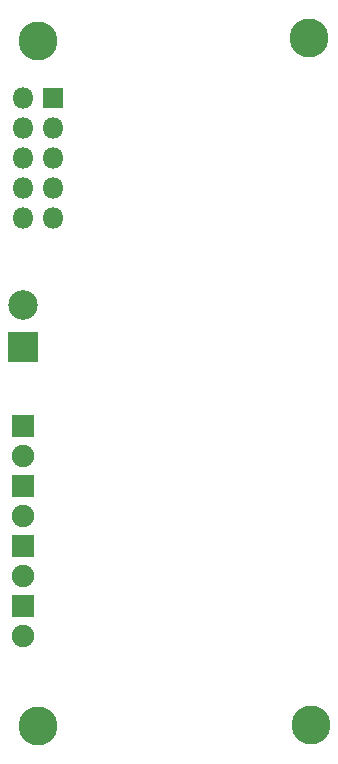
<source format=gbr>
%TF.GenerationSoftware,KiCad,Pcbnew,(5.1.6)-1*%
%TF.CreationDate,2021-02-04T13:19:07+01:00*%
%TF.ProjectId,ebus,65627573-2e6b-4696-9361-645f70636258,rev?*%
%TF.SameCoordinates,Original*%
%TF.FileFunction,Soldermask,Bot*%
%TF.FilePolarity,Negative*%
%FSLAX46Y46*%
G04 Gerber Fmt 4.6, Leading zero omitted, Abs format (unit mm)*
G04 Created by KiCad (PCBNEW (5.1.6)-1) date 2021-02-04 13:19:07*
%MOMM*%
%LPD*%
G01*
G04 APERTURE LIST*
%ADD10O,1.800000X1.800000*%
%ADD11R,1.800000X1.800000*%
%ADD12C,3.300000*%
%ADD13C,2.500000*%
%ADD14R,2.500000X2.500000*%
%ADD15C,1.900000*%
%ADD16R,1.900000X1.900000*%
G04 APERTURE END LIST*
D10*
%TO.C,J3*%
X65532000Y-101727000D03*
X68072000Y-101727000D03*
X65532000Y-99187000D03*
X68072000Y-99187000D03*
X65532000Y-96647000D03*
X68072000Y-96647000D03*
X65532000Y-94107000D03*
X68072000Y-94107000D03*
X65532000Y-91567000D03*
D11*
X68072000Y-91567000D03*
%TD*%
D12*
%TO.C,H4*%
X89916000Y-144653000D03*
%TD*%
%TO.C,H3*%
X89789000Y-86487000D03*
%TD*%
%TO.C,H2*%
X66802000Y-144780000D03*
%TD*%
%TO.C,H1*%
X66802000Y-86741000D03*
%TD*%
D13*
%TO.C,J1*%
X65532000Y-109149000D03*
D14*
X65532000Y-112649000D03*
%TD*%
D15*
%TO.C,D6*%
X65532000Y-121920000D03*
D16*
X65532000Y-119380000D03*
%TD*%
D15*
%TO.C,D5*%
X65532000Y-137160000D03*
D16*
X65532000Y-134620000D03*
%TD*%
D15*
%TO.C,D4*%
X65532000Y-127000000D03*
D16*
X65532000Y-124460000D03*
%TD*%
D15*
%TO.C,D2*%
X65532000Y-132080000D03*
D16*
X65532000Y-129540000D03*
%TD*%
M02*

</source>
